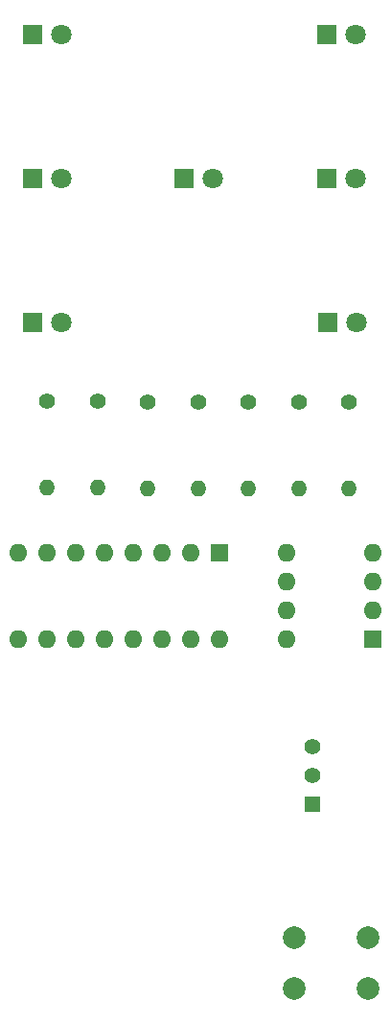
<source format=gbr>
%TF.GenerationSoftware,KiCad,Pcbnew,5.1.9-73d0e3b20d~88~ubuntu18.04.1*%
%TF.CreationDate,2021-01-26T17:19:55+01:00*%
%TF.ProjectId,d1ce,64316365-2e6b-4696-9361-645f70636258,v1*%
%TF.SameCoordinates,Original*%
%TF.FileFunction,Soldermask,Bot*%
%TF.FilePolarity,Negative*%
%FSLAX46Y46*%
G04 Gerber Fmt 4.6, Leading zero omitted, Abs format (unit mm)*
G04 Created by KiCad (PCBNEW 5.1.9-73d0e3b20d~88~ubuntu18.04.1) date 2021-01-26 17:19:55*
%MOMM*%
%LPD*%
G01*
G04 APERTURE LIST*
%ADD10R,1.800000X1.800000*%
%ADD11C,1.800000*%
%ADD12O,1.400000X1.400000*%
%ADD13C,1.400000*%
%ADD14C,2.000000*%
%ADD15C,1.408000*%
%ADD16R,1.408000X1.408000*%
%ADD17O,1.600000X1.600000*%
%ADD18R,1.600000X1.600000*%
G04 APERTURE END LIST*
D10*
%TO.C,D1*%
X133350000Y-58420000D03*
D11*
X135890000Y-58420000D03*
%TD*%
%TO.C,D2*%
X135894800Y-71120000D03*
D10*
X133354800Y-71120000D03*
%TD*%
D11*
%TO.C,D3*%
X135890000Y-83820000D03*
D10*
X133350000Y-83820000D03*
%TD*%
%TO.C,D4*%
X146685000Y-71120000D03*
D11*
X149225000Y-71120000D03*
%TD*%
%TO.C,D5*%
X161894800Y-58420000D03*
D10*
X159354800Y-58420000D03*
%TD*%
D11*
%TO.C,D6*%
X161894800Y-71120000D03*
D10*
X159354800Y-71120000D03*
%TD*%
%TO.C,D7*%
X159385000Y-83820000D03*
D11*
X161925000Y-83820000D03*
%TD*%
D12*
%TO.C,R1*%
X134620000Y-98390000D03*
D13*
X134620000Y-90770000D03*
%TD*%
D12*
%TO.C,R2*%
X139065000Y-98390000D03*
D13*
X139065000Y-90770000D03*
%TD*%
%TO.C,R3*%
X143510000Y-90825000D03*
D12*
X143510000Y-98445000D03*
%TD*%
%TO.C,R4*%
X147955000Y-98445000D03*
D13*
X147955000Y-90825000D03*
%TD*%
D12*
%TO.C,R5*%
X152400000Y-98445000D03*
D13*
X152400000Y-90825000D03*
%TD*%
%TO.C,R6*%
X156845000Y-90825000D03*
D12*
X156845000Y-98445000D03*
%TD*%
%TO.C,R7*%
X161290000Y-98445000D03*
D13*
X161290000Y-90825000D03*
%TD*%
D14*
%TO.C,SW1*%
X162987580Y-138067980D03*
X162987580Y-142567980D03*
X156487580Y-138067980D03*
X156487580Y-142567980D03*
%TD*%
D15*
%TO.C,SW2*%
X158070000Y-121290000D03*
X158070000Y-123790000D03*
D16*
X158070000Y-126290000D03*
%TD*%
D17*
%TO.C,U1*%
X155780000Y-111760000D03*
X163400000Y-104140000D03*
X155780000Y-109220000D03*
X163400000Y-106680000D03*
X155780000Y-106680000D03*
X163400000Y-109220000D03*
X155780000Y-104140000D03*
D18*
X163400000Y-111760000D03*
%TD*%
D17*
%TO.C,U2*%
X149860000Y-111760000D03*
X132080000Y-104140000D03*
X147320000Y-111760000D03*
X134620000Y-104140000D03*
X144780000Y-111760000D03*
X137160000Y-104140000D03*
X142240000Y-111760000D03*
X139700000Y-104140000D03*
X139700000Y-111760000D03*
X142240000Y-104140000D03*
X137160000Y-111760000D03*
X144780000Y-104140000D03*
X134620000Y-111760000D03*
X147320000Y-104140000D03*
X132080000Y-111760000D03*
D18*
X149860000Y-104140000D03*
%TD*%
M02*

</source>
